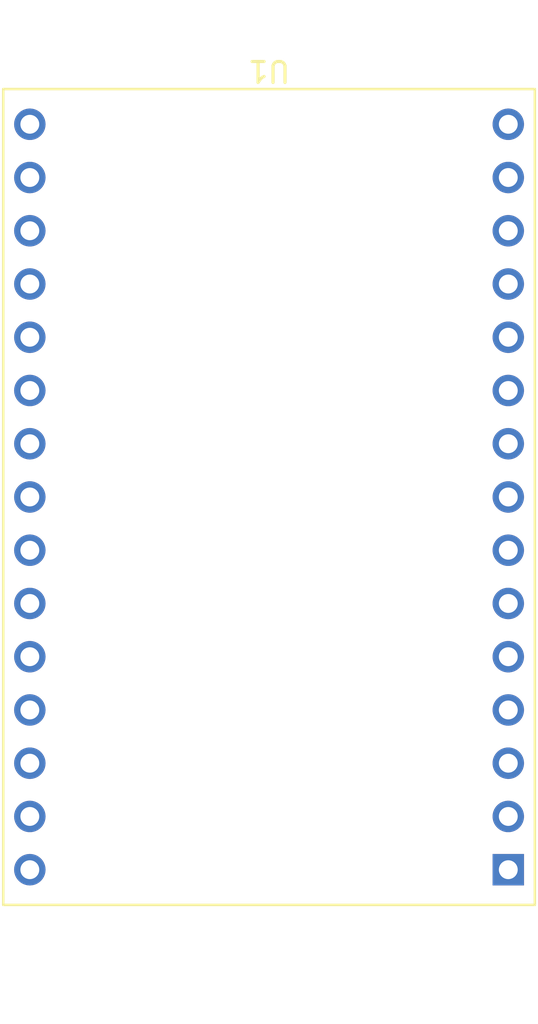
<source format=kicad_pcb>
(kicad_pcb (version 20241229) (generator "pcbnew") (generator_version "9.0")
  (layers (0 "F.Cu" signal) (2 "B.Cu" signal) (13 "F.Paste" user) (15 "B.Paste" user) (5 "F.SilkS" user "F.Silkscreen") (7 "B.SilkS" user "B.Silkscreen") (1 "F.Mask" user) (3 "B.Mask" user) (25 "Edge.Cuts" user))
  (net 0 "")
  (net 5 "Net-(U1-5V-Pad13)")
  (net 10 "Net-(U1-GND-Pad1)")
  (net 17 "Net-(U1-3V3-Pad2)")
  (footprint "RF_Module:ESP32-C3-DevKitM-1" (layer "F.Cu") (at 156.083 99.9998 180)
    (property "Reference" "U1" (at 11.43 38.1 180) (layer "F.SilkS"))
    (property "Value" "ESP32-C3-DevKitM-1")
    (fp_line (start 24.13 37.24) (end -1.27 37.24) (stroke (width 0.12)) (layer "F.SilkS"))
    (fp_line (start 24.13 -1.68) (end 24.13 37.24) (stroke (width 0.12)) (layer "F.SilkS"))
    (fp_line (start -1.27 37.24) (end -1.27 -1.68) (stroke (width 0.12)) (layer "F.SilkS"))
    (fp_line (start -1.27 -1.68) (end 24.13 -1.68) (stroke (width 0.12)) (layer "F.SilkS"))
    (pad "1" thru_hole rect (at 0 0 180) (size 1.5 1.5) (drill 0.9) (layers "*.Cu" "*.Mask") (net 10 "Net-(U1-GND-Pad1)"))
    (pad "2" thru_hole circle (at 0 2.54 180) (size 1.5 1.5) (drill 0.9) (layers "*.Cu" "*.Mask") (net 17 "Net-(U1-3V3-Pad2)"))
    (pad "3" thru_hole circle (at 0 5.08 180) (size 1.5 1.5) (drill 0.9) (layers "*.Cu" "*.Mask") (net 17 "Net-(U1-3V3-Pad2)"))
    (pad "4" thru_hole circle (at 0 7.62 180) (size 1.5 1.5) (drill 0.9) (layers "*.Cu" "*.Mask"))
    (pad "5" thru_hole circle (at 0 10.16 180) (size 1.5 1.5) (drill 0.9) (layers "*.Cu" "*.Mask"))
    (pad "6" thru_hole circle (at 0 12.7 180) (size 1.5 1.5) (drill 0.9) (layers "*.Cu" "*.Mask") (net 10 "Net-(U1-GND-Pad1)"))
    (pad "7" thru_hole circle (at 0 15.24 180) (size 1.5 1.5) (drill 0.9) (layers "*.Cu" "*.Mask"))
    (pad "8" thru_hole circle (at 0 17.78 180) (size 1.5 1.5) (drill 0.9) (layers "*.Cu" "*.Mask") (net 10 "Net-(U1-GND-Pad1)"))
    (pad "9" thru_hole circle (at 0 20.32 180) (size 1.5 1.5) (drill 0.9) (layers "*.Cu" "*.Mask"))
    (pad "10" thru_hole circle (at 0 22.86 180) (size 1.5 1.5) (drill 0.9) (layers "*.Cu" "*.Mask"))
    (pad "11" thru_hole circle (at 0 25.4 180) (size 1.5 1.5) (drill 0.9) (layers "*.Cu" "*.Mask"))
    (pad "12" thru_hole circle (at 0 27.94 180) (size 1.5 1.5) (drill 0.9) (layers "*.Cu" "*.Mask") (net 10 "Net-(U1-GND-Pad1)"))
    (pad "13" thru_hole circle (at 0 30.48 180) (size 1.5 1.5) (drill 0.9) (layers "*.Cu" "*.Mask") (net 5 "Net-(U1-5V-Pad13)"))
    (pad "14" thru_hole circle (at 0 33.02 180) (size 1.5 1.5) (drill 0.9) (layers "*.Cu" "*.Mask") (net 5 "Net-(U1-5V-Pad13)"))
    (pad "15" thru_hole circle (at 0 35.56 180) (size 1.5 1.5) (drill 0.9) (layers "*.Cu" "*.Mask") (net 10 "Net-(U1-GND-Pad1)"))
    (pad "16" thru_hole circle (at 22.86 35.56 180) (size 1.5 1.5) (drill 0.9) (layers "*.Cu" "*.Mask") (net 10 "Net-(U1-GND-Pad1)"))
    (pad "17" thru_hole circle (at 22.86 33.02 180) (size 1.5 1.5) (drill 0.9) (layers "*.Cu" "*.Mask"))
    (pad "18" thru_hole circle (at 22.86 30.48 180) (size 1.5 1.5) (drill 0.9) (layers "*.Cu" "*.Mask"))
    (pad "19" thru_hole circle (at 22.86 27.94 180) (size 1.5 1.5) (drill 0.9) (layers "*.Cu" "*.Mask") (net 10 "Net-(U1-GND-Pad1)"))
    (pad "20" thru_hole circle (at 22.86 25.4 180) (size 1.5 1.5) (drill 0.9) (layers "*.Cu" "*.Mask"))
    (pad "21" thru_hole circle (at 22.86 22.86 180) (size 1.5 1.5) (drill 0.9) (layers "*.Cu" "*.Mask"))
    (pad "22" thru_hole circle (at 22.86 20.32 180) (size 1.5 1.5) (drill 0.9) (layers "*.Cu" "*.Mask"))
    (pad "23" thru_hole circle (at 22.86 17.78 180) (size 1.5 1.5) (drill 0.9) (layers "*.Cu" "*.Mask"))
    (pad "24" thru_hole circle (at 22.86 15.24 180) (size 1.5 1.5) (drill 0.9) (layers "*.Cu" "*.Mask") (net 10 "Net-(U1-GND-Pad1)"))
    (pad "25" thru_hole circle (at 22.86 12.7 180) (size 1.5 1.5) (drill 0.9) (layers "*.Cu" "*.Mask"))
    (pad "26" thru_hole circle (at 22.86 10.16 180) (size 1.5 1.5) (drill 0.9) (layers "*.Cu" "*.Mask"))
    (pad "27" thru_hole circle (at 22.86 7.62 180) (size 1.5 1.5) (drill 0.9) (layers "*.Cu" "*.Mask") (net 10 "Net-(U1-GND-Pad1)"))
    (pad "28" thru_hole circle (at 22.86 5.08 180) (size 1.5 1.5) (drill 0.9) (layers "*.Cu" "*.Mask"))
    (pad "29" thru_hole circle (at 22.86 2.54 180) (size 1.5 1.5) (drill 0.9) (layers "*.Cu" "*.Mask"))
    (pad "30" thru_hole circle (at 22.86 0 180) (size 1.5 1.5) (drill 0.9) (layers "*.Cu" "*.Mask") (net 10 "Net-(U1-GND-Pad1)"))
  )
)
</source>
